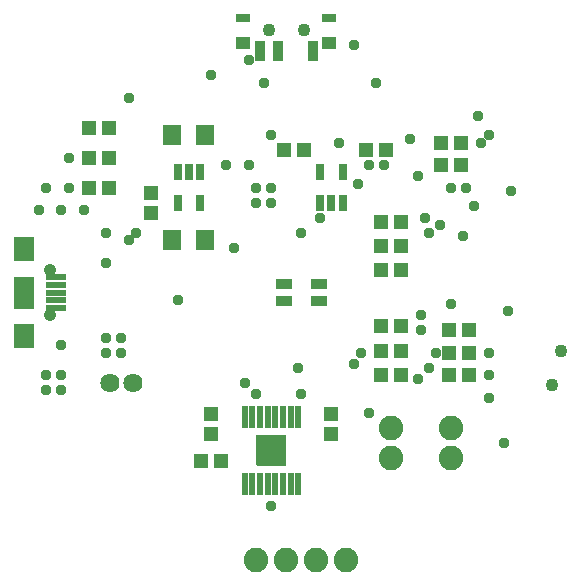
<source format=gbr>
G04 EAGLE Gerber RS-274X export*
G75*
%MOMM*%
%FSLAX34Y34*%
%LPD*%
%INSoldermask Top*%
%IPPOS*%
%AMOC8*
5,1,8,0,0,1.08239X$1,22.5*%
G01*
%ADD10R,1.203200X1.303200*%
%ADD11R,1.303200X1.203200*%
%ADD12C,1.625600*%
%ADD13R,1.403200X0.903200*%
%ADD14R,1.653200X0.603200*%
%ADD15C,1.053200*%
%ADD16R,1.700000X2.000000*%
%ADD17R,1.700000X2.700000*%
%ADD18C,2.082800*%
%ADD19C,1.103200*%
%ADD20R,0.903200X1.703200*%
%ADD21R,1.203200X0.803200*%
%ADD22R,1.203200X1.003200*%
%ADD23R,0.753200X1.403200*%
%ADD24R,0.558800X1.879600*%
%ADD25R,2.513200X2.663200*%
%ADD26R,1.603200X1.803200*%
%ADD27C,0.959600*%

G36*
X203713Y133710D02*
X203713Y133710D01*
X203711Y133711D01*
X203668Y133691D01*
X203624Y133673D01*
X203624Y133671D01*
X203622Y133670D01*
X203589Y133585D01*
X203589Y107715D01*
X203590Y107713D01*
X203589Y107711D01*
X203609Y107668D01*
X203627Y107624D01*
X203629Y107624D01*
X203630Y107622D01*
X203715Y107589D01*
X228085Y107589D01*
X228087Y107590D01*
X228089Y107589D01*
X228132Y107609D01*
X228176Y107627D01*
X228176Y107629D01*
X228178Y107630D01*
X228211Y107715D01*
X228211Y133585D01*
X228210Y133587D01*
X228211Y133589D01*
X228191Y133632D01*
X228173Y133676D01*
X228171Y133676D01*
X228170Y133678D01*
X228085Y133711D01*
X203715Y133711D01*
X203713Y133710D01*
G37*
%LPC*%
G36*
X213837Y130398D02*
X213837Y130398D01*
X213837Y126650D01*
X210089Y126650D01*
X210089Y130398D01*
X213837Y130398D01*
G37*
%LPD*%
%LPC*%
G36*
X217963Y126650D02*
X217963Y126650D01*
X217963Y130398D01*
X221711Y130398D01*
X221711Y126650D01*
X217963Y126650D01*
G37*
%LPD*%
%LPC*%
G36*
X213837Y122524D02*
X213837Y122524D01*
X213837Y118776D01*
X210089Y118776D01*
X210089Y122524D01*
X213837Y122524D01*
G37*
%LPD*%
%LPC*%
G36*
X217963Y118776D02*
X217963Y118776D01*
X217963Y122524D01*
X221711Y122524D01*
X221711Y118776D01*
X217963Y118776D01*
G37*
%LPD*%
%LPC*%
G36*
X213837Y114650D02*
X213837Y114650D01*
X213837Y110902D01*
X210089Y110902D01*
X210089Y114650D01*
X213837Y114650D01*
G37*
%LPD*%
%LPC*%
G36*
X217963Y110902D02*
X217963Y110902D01*
X217963Y114650D01*
X221711Y114650D01*
X221711Y110902D01*
X217963Y110902D01*
G37*
%LPD*%
D10*
X266700Y151375D03*
X266700Y134375D03*
D11*
X313300Y374650D03*
X296300Y374650D03*
X326000Y225552D03*
X309000Y225552D03*
X326000Y204978D03*
X309000Y204978D03*
D10*
X165100Y134375D03*
X165100Y151375D03*
D12*
X78900Y177800D03*
X98900Y177800D03*
D13*
X226300Y247000D03*
X226300Y261000D03*
X256300Y247000D03*
X256300Y261000D03*
D14*
X33600Y254000D03*
X33600Y260500D03*
X33600Y267000D03*
X33600Y247500D03*
X33600Y241000D03*
D15*
X28350Y273000D03*
X28350Y235000D03*
D16*
X6350Y290840D03*
X6350Y217160D03*
D17*
X6350Y254000D03*
D18*
X368300Y114300D03*
X368300Y139700D03*
X317500Y114300D03*
X317500Y139700D03*
X203200Y27940D03*
X228600Y27940D03*
X254000Y27940D03*
X279400Y27940D03*
D11*
X173600Y111125D03*
X156600Y111125D03*
D10*
X78350Y368300D03*
X61350Y368300D03*
D11*
X366150Y203200D03*
X383150Y203200D03*
D10*
X309000Y313944D03*
X326000Y313944D03*
X309000Y273050D03*
X326000Y273050D03*
D11*
X366150Y184150D03*
X383150Y184150D03*
D10*
X309000Y184150D03*
X326000Y184150D03*
X383150Y222250D03*
X366150Y222250D03*
X309000Y293624D03*
X326000Y293624D03*
D11*
X359800Y381000D03*
X376800Y381000D03*
X226450Y374650D03*
X243450Y374650D03*
X359800Y361950D03*
X376800Y361950D03*
D19*
X453318Y176011D03*
X461082Y204989D03*
D20*
X206100Y458750D03*
X221100Y458750D03*
X251100Y458750D03*
D21*
X192100Y486250D03*
D22*
X192100Y465250D03*
D21*
X265100Y486250D03*
D22*
X265100Y465250D03*
D19*
X213600Y476250D03*
X243600Y476250D03*
D23*
X257200Y329899D03*
X266700Y329899D03*
X276200Y329899D03*
X276200Y355901D03*
X257200Y355901D03*
D24*
X193150Y92456D03*
X199650Y92456D03*
X206150Y92456D03*
X212650Y92456D03*
X219150Y92456D03*
X225650Y92456D03*
X232150Y92456D03*
X238650Y92456D03*
X238650Y148844D03*
X232150Y148844D03*
X225650Y148844D03*
X219150Y148844D03*
X212650Y148844D03*
X206150Y148844D03*
X199650Y148844D03*
X193150Y148844D03*
D25*
X215900Y120650D03*
D10*
X61350Y342900D03*
X78350Y342900D03*
X61350Y393700D03*
X78350Y393700D03*
D23*
X155550Y355901D03*
X146050Y355901D03*
X136550Y355901D03*
X136550Y329899D03*
X155550Y329899D03*
D10*
X114300Y321700D03*
X114300Y338700D03*
D26*
X132050Y387350D03*
X160050Y387350D03*
X132050Y298450D03*
X160050Y298450D03*
D27*
X25400Y342900D03*
X44450Y342900D03*
X38100Y323850D03*
X19050Y323850D03*
X203200Y342900D03*
X215900Y342900D03*
X215900Y330200D03*
X203200Y330200D03*
X196850Y361950D03*
X215900Y387350D03*
X298450Y361950D03*
X311150Y361950D03*
X368300Y342900D03*
X381000Y342900D03*
X393700Y381000D03*
X400050Y387350D03*
X95250Y298450D03*
X101600Y304800D03*
X76200Y215900D03*
X88900Y215900D03*
X88900Y203200D03*
X76200Y203200D03*
X38100Y209550D03*
X25400Y184150D03*
X38100Y184150D03*
X25400Y171450D03*
X38100Y171450D03*
X349250Y190500D03*
X400050Y184150D03*
X342900Y222250D03*
X342900Y234950D03*
X196850Y450850D03*
X285750Y463550D03*
X298450Y152400D03*
X339725Y180975D03*
X387350Y327025D03*
X136525Y247650D03*
X76200Y304800D03*
X76200Y279400D03*
X57150Y323850D03*
X165100Y438150D03*
X44450Y368300D03*
X95250Y419100D03*
X412750Y127000D03*
X273050Y381000D03*
X415925Y238125D03*
X368300Y244475D03*
X304800Y431800D03*
X285750Y193675D03*
X209550Y431800D03*
X346075Y317500D03*
X339725Y352425D03*
X333375Y384175D03*
X288925Y346075D03*
X377825Y301625D03*
X358775Y311150D03*
X215900Y73025D03*
X238125Y190500D03*
X241300Y168275D03*
X193675Y177800D03*
X203200Y168275D03*
X184150Y292100D03*
X241300Y304800D03*
X349250Y304800D03*
X400050Y165100D03*
X400050Y203200D03*
X177800Y361950D03*
X257175Y317500D03*
X390525Y403225D03*
X419100Y339725D03*
X292100Y203200D03*
X355600Y203200D03*
M02*

</source>
